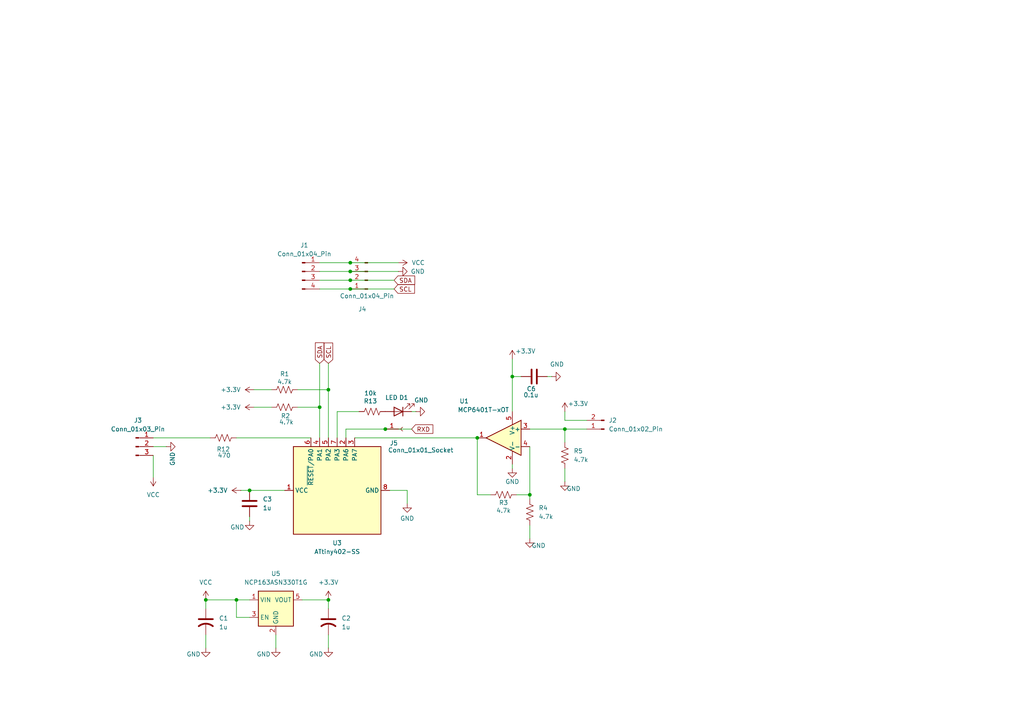
<source format=kicad_sch>
(kicad_sch (version 20250114) (generator "eeschema") (generator_version "9.0")
  (paper "A4")
  (lib_symbols
    (symbol "Amplifier_Operational:MCP6401T-xOT" (pin_names (offset 0.127))
      (property "Reference" "U" (at -1.27 6.35 0))
      (property "Value" "MCP6401T-xOT" (at -1.27 3.81 0))
      (symbol "MCP6401T-xOT_0_1"
        (polyline (pts (xy -5.08 5.08) (xy 5.08 0) (xy -5.08 -5.08) (xy -5.08 5.08)) (stroke (width 0.254)) (fill (type background)))
        (pin power_in line (at -2.54 7.62 270) (length 3.81) (name "V+") (number "5"))
        (pin power_in line (at -2.54 -7.62 90) (length 3.81) (name "V-") (number "2"))
      )
      (symbol "MCP6401T-xOT_1_1"
        (pin input line (at -7.62 2.54 0) (length 2.54) (name "+") (number "3"))
        (pin input line (at -7.62 -2.54 0) (length 2.54) (name "-") (number "4"))
        (pin output line (at 7.62 0 180) (length 2.54) (name "~") (number "1"))
      )
    )
    (symbol "Connector:Conn_01x01_Socket" (pin_names (offset 1.016) (hide yes))
      (property "Reference" "J" (at 0 2.54 0))
      (property "Value" "Conn_01x01_Socket" (at 0 -2.54 0))
      (symbol "Conn_01x01_Socket_1_1"
        (polyline (pts (xy -1.27 0) (xy -0.508 0)) (stroke (width 0.1524)))
        (arc (start 0 -0.508) (mid -0.5058 0) (end 0 0.508) (stroke (width 0.1524)))
        (pin passive line (at -5.08 0 0) (length 3.81) (name "Pin_1") (number "1"))
      )
    )
    (symbol "Connector:Conn_01x02_Pin" (pin_names (offset 1.016) (hide yes))
      (property "Reference" "J" (at 0 2.54 0))
      (property "Value" "Conn_01x02_Pin" (at 0 -5.08 0))
      (symbol "Conn_01x02_Pin_1_1"
        (rectangle (start 0.8636 0.127) (end 0 -0.127) (stroke (width 0.1524)) (fill (type outline)))
        (rectangle (start 0.8636 -2.413) (end 0 -2.667) (stroke (width 0.1524)) (fill (type outline)))
        (polyline (pts (xy 1.27 0) (xy 0.8636 0)) (stroke (width 0.1524)))
        (polyline (pts (xy 1.27 -2.54) (xy 0.8636 -2.54)) (stroke (width 0.1524)))
        (pin passive line (at 5.08 0 180) (length 3.81) (name "Pin_1") (number "1"))
        (pin passive line (at 5.08 -2.54 180) (length 3.81) (name "Pin_2") (number "2"))
      )
    )
    (symbol "Connector:Conn_01x03_Pin" (pin_names (offset 1.016) (hide yes))
      (property "Reference" "J" (at 0 5.08 0))
      (property "Value" "Conn_01x03_Pin" (at 0 -5.08 0))
      (symbol "Conn_01x03_Pin_1_1"
        (rectangle (start 0.8636 2.667) (end 0 2.413) (stroke (width 0.1524)) (fill (type outline)))
        (rectangle (start 0.8636 0.127) (end 0 -0.127) (stroke (width 0.1524)) (fill (type outline)))
        (rectangle (start 0.8636 -2.413) (end 0 -2.667) (stroke (width 0.1524)) (fill (type outline)))
        (polyline (pts (xy 1.27 2.54) (xy 0.8636 2.54)) (stroke (width 0.1524)))
        (polyline (pts (xy 1.27 0) (xy 0.8636 0)) (stroke (width 0.1524)))
        (polyline (pts (xy 1.27 -2.54) (xy 0.8636 -2.54)) (stroke (width 0.1524)))
        (pin passive line (at 5.08 2.54 180) (length 3.81) (name "Pin_1") (number "1"))
        (pin passive line (at 5.08 0 180) (length 3.81) (name "Pin_2") (number "2"))
        (pin passive line (at 5.08 -2.54 180) (length 3.81) (name "Pin_3") (number "3"))
      )
    )
    (symbol "Connector:Conn_01x04_Pin" (pin_names (offset 1.016) (hide yes))
      (property "Reference" "J" (at 0 5.08 0))
      (property "Value" "Conn_01x04_Pin" (at 0 -7.62 0))
      (symbol "Conn_01x04_Pin_1_1"
        (rectangle (start 0.8636 2.667) (end 0 2.413) (stroke (width 0.1524)) (fill (type outline)))
        (rectangle (start 0.8636 0.127) (end 0 -0.127) (stroke (width 0.1524)) (fill (type outline)))
        (rectangle (start 0.8636 -2.413) (end 0 -2.667) (stroke (width 0.1524)) (fill (type outline)))
        (rectangle (start 0.8636 -4.953) (end 0 -5.207) (stroke (width 0.1524)) (fill (type outline)))
        (polyline (pts (xy 1.27 2.54) (xy 0.8636 2.54)) (stroke (width 0.1524)))
        (polyline (pts (xy 1.27 0) (xy 0.8636 0)) (stroke (width 0.1524)))
        (polyline (pts (xy 1.27 -2.54) (xy 0.8636 -2.54)) (stroke (width 0.1524)))
        (polyline (pts (xy 1.27 -5.08) (xy 0.8636 -5.08)) (stroke (width 0.1524)))
        (pin passive line (at 5.08 2.54 180) (length 3.81) (name "Pin_1") (number "1"))
        (pin passive line (at 5.08 0 180) (length 3.81) (name "Pin_2") (number "2"))
        (pin passive line (at 5.08 -2.54 180) (length 3.81) (name "Pin_3") (number "3"))
        (pin passive line (at 5.08 -5.08 180) (length 3.81) (name "Pin_4") (number "4"))
      )
    )
    (symbol "Device:C" (pin_numbers (hide yes)) (pin_names (offset 0.254))
      (property "Reference" "C" (at 0.635 2.54 0))
      (property "Value" "C" (at 0.635 -2.54 0))
      (symbol "C_0_1"
        (polyline (pts (xy -2.032 0.762) (xy 2.032 0.762)) (stroke (width 0.508)))
        (polyline (pts (xy -2.032 -0.762) (xy 2.032 -0.762)) (stroke (width 0.508)))
      )
      (symbol "C_1_1"
        (pin passive line (at 0 3.81 270) (length 2.794) (name "~") (number "1"))
        (pin passive line (at 0 -3.81 90) (length 2.794) (name "~") (number "2"))
      )
    )
    (symbol "Device:C_US" (pin_numbers (hide yes)) (pin_names (offset 0.254) (hide yes))
      (property "Reference" "C" (at 0.635 2.54 0))
      (property "Value" "C_US" (at 0.635 -2.54 0))
      (symbol "C_US_0_1"
        (polyline (pts (xy -2.032 0.762) (xy 2.032 0.762)) (stroke (width 0.508)))
        (arc (start -2.032 -1.27) (mid 0 -0.5572) (end 2.032 -1.27) (stroke (width 0.508)))
      )
      (symbol "C_US_1_1"
        (pin passive line (at 0 3.81 270) (length 2.794) (name "~") (number "1"))
        (pin passive line (at 0 -3.81 90) (length 3.302) (name "~") (number "2"))
      )
    )
    (symbol "Device:LED" (pin_numbers (hide yes)) (pin_names (offset 1.016) (hide yes))
      (property "Reference" "D" (at 0 2.54 0))
      (property "Value" "LED" (at 0 -2.54 0))
      (symbol "LED_0_1"
        (polyline (pts (xy -3.048 -0.762) (xy -4.572 -2.286) (xy -3.81 -2.286) (xy -4.572 -2.286) (xy -4.572 -1.524)))
        (polyline (pts (xy -1.778 -0.762) (xy -3.302 -2.286) (xy -2.54 -2.286) (xy -3.302 -2.286) (xy -3.302 -1.524)))
        (polyline (pts (xy -1.27 0) (xy 1.27 0)))
        (polyline (pts (xy -1.27 -1.27) (xy -1.27 1.27)) (stroke (width 0.254)))
        (polyline (pts (xy 1.27 -1.27) (xy 1.27 1.27) (xy -1.27 0) (xy 1.27 -1.27)) (stroke (width 0.254)))
      )
      (symbol "LED_1_1"
        (pin passive line (at -3.81 0 0) (length 2.54) (name "K") (number "1"))
        (pin passive line (at 3.81 0 180) (length 2.54) (name "A") (number "2"))
      )
    )
    (symbol "Device:R_US" (pin_numbers (hide yes)) (pin_names (offset 0))
      (property "Reference" "R" (at 2.54 0 90))
      (property "Value" "R_US" (at -2.54 0 90))
      (symbol "R_US_0_1"
        (polyline (pts (xy 0 2.286) (xy 0 2.54)))
        (polyline (pts (xy 0 2.286) (xy 1.016 1.905) (xy 0 1.524) (xy -1.016 1.143) (xy 0 0.762)))
        (polyline (pts (xy 0 0.762) (xy 1.016 0.381) (xy 0 0) (xy -1.016 -0.381) (xy 0 -0.762)))
        (polyline (pts (xy 0 -0.762) (xy 1.016 -1.143) (xy 0 -1.524) (xy -1.016 -1.905) (xy 0 -2.286)))
        (polyline (pts (xy 0 -2.286) (xy 0 -2.54)))
      )
      (symbol "R_US_1_1"
        (pin passive line (at 0 3.81 270) (length 1.27) (name "~") (number "1"))
        (pin passive line (at 0 -3.81 90) (length 1.27) (name "~") (number "2"))
      )
    )
    (symbol "MCU_Microchip_ATtiny:ATtiny402-SS"
      (property "Reference" "U" (at -12.7 13.97 0))
      (property "Value" "ATtiny402-SS" (at 2.54 -13.97 0))
      (symbol "ATtiny402-SS_0_1"
        (rectangle (start -12.7 -12.7) (end 12.7 12.7) (stroke (width 0.254)) (fill (type background)))
      )
      (symbol "ATtiny402-SS_1_1"
        (pin power_in line (at 0 15.24 270) (length 2.54) (name "VCC") (number "1"))
        (pin power_in line (at 0 -15.24 90) (length 2.54) (name "GND") (number "8"))
        (pin bidirectional line (at 15.24 7.62 180) (length 2.54) (name "~{RESET}/PA0") (number "6"))
        (pin bidirectional line (at 15.24 5.08 180) (length 2.54) (name "PA1") (number "4"))
        (pin bidirectional line (at 15.24 2.54 180) (length 2.54) (name "PA2") (number "5"))
        (pin bidirectional line (at 15.24 0 180) (length 2.54) (name "PA3") (number "7"))
        (pin bidirectional line (at 15.24 -2.54 180) (length 2.54) (name "PA6") (number "2"))
        (pin bidirectional line (at 15.24 -5.08 180) (length 2.54) (name "PA7") (number "3"))
      )
    )
    (symbol "Regulator_Linear:NCP163ASN330T1G"
      (property "Reference" "U" (at 0 8.89 0))
      (property "Value" "NCP163ASN330T1G" (at 0 6.35 0))
      (symbol "NCP163ASN330T1G_0_1"
        (rectangle (start -5.08 5.08) (end 5.08 -5.08) (stroke (width 0.254)) (fill (type background)))
      )
      (symbol "NCP163ASN330T1G_1_1"
        (pin power_in line (at -7.62 2.54 0) (length 2.54) (name "VIN") (number "1"))
        (pin input line (at -7.62 -2.54 0) (length 2.54) (name "EN") (number "3"))
        (pin power_in line (at 0 -7.62 90) (length 2.54) (name "GND") (number "2"))
        (pin no_connect line (at 5.08 -2.54 180) (length 2.54) (hide yes) (name "NC") (number "4"))
        (pin power_out line (at 7.62 2.54 180) (length 2.54) (name "VOUT") (number "5"))
      )
    )
    (symbol "power:+3.3V" (power) (pin_numbers (hide yes)) (pin_names (offset 0) (hide yes))
      (property "Value" "+3.3V" (at 0 3.556 0))
      (symbol "+3.3V_0_1"
        (polyline (pts (xy -0.762 1.27) (xy 0 2.54)))
        (polyline (pts (xy 0 2.54) (xy 0.762 1.27)))
        (polyline (pts (xy 0 0) (xy 0 2.54)))
      )
      (symbol "+3.3V_1_1"
        (pin power_in line (at 0 0 90) (length 0) (name "~") (number "1"))
      )
    )
    (symbol "power:GND" (power) (pin_numbers (hide yes)) (pin_names (offset 0) (hide yes))
      (property "Value" "GND" (at 0 -3.81 0))
      (symbol "GND_0_1"
        (polyline (pts (xy 0 0) (xy 0 -1.27) (xy 1.27 -1.27) (xy 0 -2.54) (xy -1.27 -1.27) (xy 0 -1.27)))
      )
      (symbol "GND_1_1"
        (pin power_in line (at 0 0 270) (length 0) (name "~") (number "1"))
      )
    )
    (symbol "power:VCC" (power) (pin_numbers (hide yes)) (pin_names (offset 0) (hide yes))
      (property "Value" "VCC" (at 0 3.556 0))
      (symbol "VCC_0_1"
        (polyline (pts (xy -0.762 1.27) (xy 0 2.54)))
        (polyline (pts (xy 0 2.54) (xy 0.762 1.27)))
        (polyline (pts (xy 0 0) (xy 0 2.54)))
      )
      (symbol "VCC_1_1"
        (pin power_in line (at 0 0 90) (length 0) (name "~") (number "1"))
      )
    )
  )
  (junction (at 153.67 143.51))
  (junction (at 111.76 124.46))
  (junction (at 92.71 118.11))
  (junction (at 138.43 127))
  (junction (at 72.39 142.24))
  (junction (at 101.6 76.2))
  (junction (at 95.25 113.03))
  (junction (at 101.6 81.28))
  (junction (at 59.69 173.99))
  (junction (at 101.6 83.82))
  (junction (at 148.59 109.22))
  (junction (at 68.58 173.99))
  (junction (at 101.6 78.74))
  (junction (at 163.83 124.46))
  (junction (at 95.25 173.99))
  (wire (pts (xy 87.63 173.99) (xy 95.25 173.99)))
  (wire (pts (xy 100.33 127) (xy 100.33 124.46)))
  (wire (pts (xy 95.25 173.99) (xy 95.25 176.53)))
  (wire (pts (xy 72.39 179.07) (xy 68.58 179.07)))
  (wire (pts (xy 153.67 143.51) (xy 153.67 144.78)))
  (wire (pts (xy 138.43 127) (xy 138.43 143.51)))
  (wire (pts (xy 100.33 124.46) (xy 111.76 124.46)))
  (wire (pts (xy 69.85 142.24) (xy 72.39 142.24)))
  (wire (pts (xy 158.75 109.22) (xy 160.02 109.22)))
  (wire (pts (xy 118.11 146.05) (xy 118.11 142.24)))
  (wire (pts (xy 101.6 83.82) (xy 114.3 83.82)))
  (wire (pts (xy 59.69 173.99) (xy 68.58 173.99)))
  (wire (pts (xy 44.45 127) (xy 60.96 127)))
  (wire (pts (xy 101.6 76.2) (xy 115.57 76.2)))
  (wire (pts (xy 101.6 81.28) (xy 114.3 81.28)))
  (wire (pts (xy 80.01 184.15) (xy 80.01 187.96)))
  (wire (pts (xy 104.14 119.38) (xy 97.79 119.38)))
  (wire (pts (xy 118.11 142.24) (xy 113.03 142.24)))
  (wire (pts (xy 138.43 143.51) (xy 142.24 143.51)))
  (wire (pts (xy 148.59 104.14) (xy 148.59 109.22)))
  (wire (pts (xy 163.83 121.92) (xy 170.18 121.92)))
  (wire (pts (xy 101.6 78.74) (xy 115.57 78.74)))
  (wire (pts (xy 59.69 173.99) (xy 59.69 176.53)))
  (wire (pts (xy 44.45 129.54) (xy 48.26 129.54)))
  (wire (pts (xy 111.76 124.46) (xy 119.38 124.46)))
  (wire (pts (xy 92.71 76.2) (xy 101.6 76.2)))
  (wire (pts (xy 153.67 129.54) (xy 153.67 143.51)))
  (wire (pts (xy 68.58 173.99) (xy 72.39 173.99)))
  (wire (pts (xy 92.71 81.28) (xy 101.6 81.28)))
  (wire (pts (xy 73.66 118.11) (xy 78.74 118.11)))
  (wire (pts (xy 97.79 119.38) (xy 97.79 127)))
  (wire (pts (xy 148.59 109.22) (xy 148.59 119.38)))
  (wire (pts (xy 153.67 143.51) (xy 149.86 143.51)))
  (wire (pts (xy 92.71 83.82) (xy 101.6 83.82)))
  (wire (pts (xy 120.65 119.38) (xy 119.38 119.38)))
  (wire (pts (xy 73.66 113.03) (xy 78.74 113.03)))
  (wire (pts (xy 148.59 134.62) (xy 148.59 135.89)))
  (wire (pts (xy 102.87 127) (xy 138.43 127)))
  (wire (pts (xy 163.83 121.92) (xy 163.83 119.38)))
  (wire (pts (xy 92.71 105.41) (xy 92.71 118.11)))
  (wire (pts (xy 86.36 118.11) (xy 92.71 118.11)))
  (wire (pts (xy 95.25 105.41) (xy 95.25 113.03)))
  (wire (pts (xy 92.71 78.74) (xy 101.6 78.74)))
  (wire (pts (xy 44.45 132.08) (xy 44.45 138.43)))
  (wire (pts (xy 95.25 184.15) (xy 95.25 187.96)))
  (wire (pts (xy 163.83 124.46) (xy 163.83 128.27)))
  (wire (pts (xy 153.67 124.46) (xy 163.83 124.46)))
  (wire (pts (xy 72.39 149.86) (xy 72.39 151.13)))
  (wire (pts (xy 95.25 113.03) (xy 95.25 127)))
  (wire (pts (xy 148.59 109.22) (xy 151.13 109.22)))
  (wire (pts (xy 68.58 179.07) (xy 68.58 173.99)))
  (wire (pts (xy 153.67 152.4) (xy 153.67 156.21)))
  (wire (pts (xy 59.69 184.15) (xy 59.69 187.96)))
  (wire (pts (xy 170.18 124.46) (xy 163.83 124.46)))
  (wire (pts (xy 72.39 142.24) (xy 82.55 142.24)))
  (wire (pts (xy 68.58 127) (xy 90.17 127)))
  (wire (pts (xy 92.71 118.11) (xy 92.71 127)))
  (wire (pts (xy 86.36 113.03) (xy 95.25 113.03)))
  (wire (pts (xy 163.83 135.89) (xy 163.83 139.7)))
  (global_label "SCL" (shape input) (at 114.3 83.82 0) (property "Intersheetrefs" "${INTERSHEET_REFS}" (effects (hide yes))))
  (global_label "SCL" (shape input) (at 95.25 105.41 90) (property "Intersheetrefs" "${INTERSHEET_REFS}" (effects (hide yes))))
  (global_label "RXD" (shape input) (at 119.38 124.46 0) (property "Intersheetrefs" "${INTERSHEET_REFS}" (effects (hide yes))))
  (global_label "SDA" (shape input) (at 92.71 105.41 90) (property "Intersheetrefs" "${INTERSHEET_REFS}" (effects (hide yes))))
  (global_label "SDA" (shape input) (at 114.3 81.28 0) (property "Intersheetrefs" "${INTERSHEET_REFS}" (effects (hide yes))))
  (symbol (lib_id "Device:C") (at 72.39 146.05 0) (unit 1)
    (property "Reference" "C3" (at 76.2 144.7799 0) (effects (justify left)))
    (property "Value" "1u" (at 76.2 147.3199 0) (effects (justify left)))
    (property "Footprint" "Capacitor_SMD:C_0402_1005Metric_Pad0.74x0.62mm_HandSolder" (effects (hide yes)))
    (property "Description" "Unpolarized capacitor" (effects (hide yes)))
  )
  (symbol (lib_id "Regulator_Linear:NCP163ASN330T1G") (at 80.01 176.53 0) (unit 1)
    (property "Reference" "U5" (at 80.01 166.37 0))
    (property "Value" "NCP163ASN330T1G" (at 80.01 168.91 0))
    (property "Footprint" "Package_TO_SOT_SMD:SOT-23-5_HandSoldering" (effects (hide yes)))
    (property "Datasheet" "https://www.onsemi.com/pdf/datasheet/ncp163-d.pdf" (effects (hide yes)))
    (property "Description" "250mA low-noise LDO, 2.2V-5.5V input, 3.3V output, SOT-23-5" (effects (hide yes)))
  )
  (symbol (lib_id "Device:C") (at 154.94 109.22 90) (unit 1)
    (property "Reference" "C6" (at 155.448 112.776 90) (effects (justify left)))
    (property "Value" "0.1u" (at 156.21 114.554 90) (effects (justify left)))
    (property "Footprint" "Capacitor_SMD:C_0402_1005Metric_Pad0.74x0.62mm_HandSolder" (effects (hide yes)))
    (property "Description" "Unpolarized capacitor" (effects (hide yes)))
  )
  (symbol (lib_id "power:GND") (at 160.02 109.22 90) (unit 1)
    (property "Reference" "#PWR014" (effects (hide yes)))
    (property "Value" "GND" (at 161.544 105.664 90))
    (property "Description" "Power symbol creates a global label with name \"GND\" , ground" (effects (hide yes)))
  )
  (symbol (lib_id "Device:C_US") (at 95.25 180.34 0) (unit 1)
    (property "Reference" "C2" (at 99.06 179.3239 0) (effects (justify left)))
    (property "Value" "1u" (at 99.06 181.8639 0) (effects (justify left)))
    (property "Footprint" "Capacitor_SMD:C_0603_1608Metric_Pad1.08x0.95mm_HandSolder" (effects (hide yes)))
    (property "Description" "capacitor, US symbol" (effects (hide yes)))
  )
  (symbol (lib_id "power:+3.3V") (at 95.25 173.99 0) (unit 1)
    (property "Reference" "#PWR07" (effects (hide yes)))
    (property "Value" "+3.3V" (at 95.25 168.91 0))
    (property "Description" "Power symbol creates a global label with name \"+3.3V\"" (effects (hide yes)))
  )
  (symbol (lib_id "Device:C_US") (at 59.69 180.34 0) (unit 1)
    (property "Reference" "C1" (at 63.5 179.3239 0) (effects (justify left)))
    (property "Value" "1u" (at 63.5 181.8639 0) (effects (justify left)))
    (property "Footprint" "Capacitor_SMD:C_0603_1608Metric_Pad1.08x0.95mm_HandSolder" (effects (hide yes)))
    (property "Description" "capacitor, US symbol" (effects (hide yes)))
  )
  (symbol (lib_id "power:GND") (at 153.67 156.21 0) (unit 1)
    (property "Reference" "#PWR015" (effects (hide yes)))
    (property "Value" "GND" (at 156.21 158.242 0))
    (property "Description" "Power symbol creates a global label with name \"GND\" , ground" (effects (hide yes)))
  )
  (symbol (lib_id "Device:LED") (at 115.57 119.38 180) (unit 1)
    (property "Reference" "D1" (at 117.094 115.316 0))
    (property "Value" "LED" (at 113.538 115.316 0))
    (property "Footprint" "LED_SMD:LED_0402_1005Metric_Pad0.77x0.64mm_HandSolder" (effects (hide yes)))
    (property "Description" "Light emitting diode" (effects (hide yes)))
    (property "Sim.Pins" "1=K 2=A" (effects (hide yes)))
  )
  (symbol (lib_id "power:GND") (at 59.69 187.96 0) (unit 1)
    (property "Reference" "#PWR020" (effects (hide yes)))
    (property "Value" "GND" (at 56.134 189.738 0))
    (property "Description" "Power symbol creates a global label with name \"GND\" , ground" (effects (hide yes)))
  )
  (symbol (lib_id "Connector:Conn_01x03_Pin") (at 39.37 129.54 0) (unit 1)
    (property "Reference" "J3" (at 40.005 121.92 0))
    (property "Value" "Conn_01x03_Pin" (at 40.005 124.46 0))
    (property "Footprint" "Connector_PinHeader_2.54mm:PinHeader_1x03_P2.54mm_Vertical" (effects (hide yes)))
    (property "Description" "Generic connector, single row, 01x03, script generated" (effects (hide yes)))
  )
  (symbol (lib_id "power:+3.3V") (at 73.66 118.11 90) (unit 1)
    (property "Reference" "#PWR03" (effects (hide yes)))
    (property "Value" "+3.3V" (at 69.85 118.1099 90) (effects (justify left)))
    (property "Description" "Power symbol creates a global label with name \"+3.3V\"" (effects (hide yes)))
  )
  (symbol (lib_id "power:+3.3V") (at 148.59 104.14 0) (unit 1)
    (property "Reference" "#PWR013" (effects (hide yes)))
    (property "Value" "+3.3V" (at 152.4 101.854 0))
    (property "Description" "Power symbol creates a global label with name \"+3.3V\"" (effects (hide yes)))
  )
  (symbol (lib_id "power:+3.3V") (at 69.85 142.24 90) (unit 1)
    (property "Reference" "#PWR09" (effects (hide yes)))
    (property "Value" "+3.3V" (at 66.04 142.2399 90) (effects (justify left)))
    (property "Description" "Power symbol creates a global label with name \"+3.3V\"" (effects (hide yes)))
  )
  (symbol (lib_id "Connector:Conn_01x04_Pin") (at 106.68 81.28 180) (unit 1)
    (property "Reference" "J4" (at 103.886 89.662 0) (effects (justify right)))
    (property "Value" "Conn_01x04_Pin" (at 98.552 85.852 0) (effects (justify right)))
    (property "Footprint" "Connector_PinHeader_2.54mm:PinHeader_1x04_P2.54mm_Vertical" (effects (hide yes)))
    (property "Description" "Generic connector, single row, 01x04, script generated" (effects (hide yes)))
  )
  (symbol (lib_id "power:GND") (at 115.57 78.74 90) (unit 1)
    (property "Reference" "#PWR05" (effects (hide yes)))
    (property "Value" "GND" (at 121.158 78.74 90))
    (property "Description" "Power symbol creates a global label with name \"GND\" , ground" (effects (hide yes)))
  )
  (symbol (lib_id "Connector:Conn_01x04_Pin") (at 87.63 78.74 0) (unit 1)
    (property "Reference" "J1" (at 88.265 71.12 0))
    (property "Value" "Conn_01x04_Pin" (at 88.265 73.66 0))
    (property "Footprint" "Connector_PinHeader_2.54mm:PinHeader_1x04_P2.54mm_Vertical" (effects (hide yes)))
    (property "Description" "Generic connector, single row, 01x04, script generated" (effects (hide yes)))
  )
  (symbol (lib_id "power:VCC") (at 59.69 173.99 0) (unit 1)
    (property "Reference" "#PWR019" (effects (hide yes)))
    (property "Value" "VCC" (at 59.69 168.91 0))
    (property "Description" "Power symbol creates a global label with name \"VCC\"" (effects (hide yes)))
  )
  (symbol (lib_id "MCU_Microchip_ATtiny:ATtiny402-SS") (at 97.79 142.24 90) (unit 1)
    (property "Reference" "U3" (at 97.79 157.48 90))
    (property "Value" "ATtiny402-SS" (at 97.79 160.02 90))
    (property "Footprint" "Package_SO:SOIC-8_3.9x4.9mm_P1.27mm" (effects (hide yes)))
    (property "Datasheet" "http://ww1.microchip.com/downloads/en/DeviceDoc/ATtiny202-402-AVR-MCU-with-Core-Independent-Peripherals_and-picoPower-40001969A.pdf" (effects (hide yes)))
    (property "Description" "20MHz, 4kB Flash, 256B SRAM, 128B EEPROM, SOIC-8" (effects (hide yes)))
  )
  (symbol (lib_id "Connector:Conn_01x01_Socket") (at 116.84 124.46 0) (unit 1)
    (property "Reference" "J5" (at 113.03 128.524 0) (effects (justify left)))
    (property "Value" "Conn_01x01_Socket" (at 112.522 130.556 0) (effects (justify left)))
    (property "Footprint" "Connector_PinHeader_2.54mm:PinHeader_1x01_P2.54mm_Vertical" (effects (hide yes)))
    (property "Description" "Generic connector, single row, 01x01, script generated" (effects (hide yes)))
  )
  (symbol (lib_id "power:+3.3V") (at 163.83 119.38 0) (unit 1)
    (property "Reference" "#PWR017" (effects (hide yes)))
    (property "Value" "+3.3V" (at 167.64 117.094 0))
    (property "Description" "Power symbol creates a global label with name \"+3.3V\"" (effects (hide yes)))
  )
  (symbol (lib_id "power:GND") (at 118.11 146.05 0) (unit 1)
    (property "Reference" "#PWR04" (effects (hide yes)))
    (property "Value" "GND" (at 118.11 150.368 0))
    (property "Description" "Power symbol creates a global label with name \"GND\" , ground" (effects (hide yes)))
  )
  (symbol (lib_id "Device:R_US") (at 82.55 113.03 90) (unit 1)
    (property "Reference" "R1" (at 82.55 108.458 90))
    (property "Value" "4.7k" (at 82.55 110.744 90))
    (property "Footprint" "Resistor_SMD:R_0402_1005Metric_Pad0.72x0.64mm_HandSolder" (effects (hide yes)))
    (property "Description" "Resistor, US symbol" (effects (hide yes)))
  )
  (symbol (lib_id "power:GND") (at 120.65 119.38 90) (unit 1)
    (property "Reference" "#PWR032" (effects (hide yes)))
    (property "Value" "GND" (at 122.174 116.078 90))
    (property "Description" "Power symbol creates a global label with name \"GND\" , ground" (effects (hide yes)))
  )
  (symbol (lib_id "power:GND") (at 80.01 187.96 0) (unit 1)
    (property "Reference" "#PWR018" (effects (hide yes)))
    (property "Value" "GND" (at 76.454 189.738 0))
    (property "Description" "Power symbol creates a global label with name \"GND\" , ground" (effects (hide yes)))
  )
  (symbol (lib_id "power:GND") (at 48.26 129.54 90) (unit 1)
    (property "Reference" "#PWR023" (effects (hide yes)))
    (property "Value" "GND" (at 50.038 133.096 0))
    (property "Description" "Power symbol creates a global label with name \"GND\" , ground" (effects (hide yes)))
  )
  (symbol (lib_id "power:VCC") (at 44.45 138.43 180) (unit 1)
    (property "Reference" "#PWR06" (effects (hide yes)))
    (property "Value" "VCC" (at 44.45 143.51 0))
    (property "Description" "Power symbol creates a global label with name \"VCC\"" (effects (hide yes)))
  )
  (symbol (lib_id "Device:R_US") (at 163.83 132.08 180) (unit 1)
    (property "Reference" "R5" (at 166.37 130.8099 0) (effects (justify right)))
    (property "Value" "4.7k" (at 166.37 133.3499 0) (effects (justify right)))
    (property "Footprint" "Resistor_SMD:R_0402_1005Metric_Pad0.72x0.64mm_HandSolder" (effects (hide yes)))
    (property "Description" "Resistor, US symbol" (effects (hide yes)))
  )
  (symbol (lib_id "power:VCC") (at 115.57 76.2 270) (unit 1)
    (property "Reference" "#PWR01" (effects (hide yes)))
    (property "Value" "VCC" (at 119.38 76.1999 90) (effects (justify left)))
    (property "Description" "Power symbol creates a global label with name \"VCC\"" (effects (hide yes)))
  )
  (symbol (lib_id "Device:R_US") (at 153.67 148.59 180) (unit 1)
    (property "Reference" "R4" (at 156.21 147.3199 0) (effects (justify right)))
    (property "Value" "4.7k" (at 156.21 149.8599 0) (effects (justify right)))
    (property "Footprint" "Resistor_SMD:R_0402_1005Metric_Pad0.72x0.64mm_HandSolder" (effects (hide yes)))
    (property "Description" "Resistor, US symbol" (effects (hide yes)))
  )
  (symbol (lib_id "power:GND") (at 148.59 135.89 0) (unit 1)
    (property "Reference" "#PWR011" (effects (hide yes)))
    (property "Value" "GND" (at 148.59 139.7 0))
    (property "Description" "Power symbol creates a global label with name \"GND\" , ground" (effects (hide yes)))
  )
  (symbol (lib_id "Device:R_US") (at 82.55 118.11 90) (unit 1)
    (property "Reference" "R2" (at 82.804 120.65 90))
    (property "Value" "4.7k" (at 83.058 122.428 90))
    (property "Footprint" "Resistor_SMD:R_0402_1005Metric_Pad0.72x0.64mm_HandSolder" (effects (hide yes)))
    (property "Description" "Resistor, US symbol" (effects (hide yes)))
  )
  (symbol (lib_id "Device:R_US") (at 64.77 127 270) (unit 1)
    (property "Reference" "R12" (at 64.77 130.302 90))
    (property "Value" "470" (at 65.024 132.08 90))
    (property "Footprint" "Resistor_SMD:R_0402_1005Metric_Pad0.72x0.64mm_HandSolder" (effects (hide yes)))
    (property "Description" "Resistor, US symbol" (effects (hide yes)))
  )
  (symbol (lib_id "Amplifier_Operational:MCP6401T-xOT") (at 146.05 127 0) (mirror y) (unit 1)
    (property "Reference" "U1" (at 134.62 116.332 0))
    (property "Value" "MCP6401T-xOT" (at 140.208 118.872 0))
    (property "Footprint" "Package_TO_SOT_SMD:SOT-23-5" (effects (hide yes)))
    (property "Datasheet" "http://ww1.microchip.com/downloads/en/devicedoc/22229d.pdf" (effects (hide yes)))
    (property "Description" "1 MHz, 45 µA Op Amps, SOT-23-5" (effects (hide yes)))
  )
  (symbol (lib_id "Connector:Conn_01x02_Pin") (at 175.26 124.46 180) (unit 1)
    (property "Reference" "J2" (at 176.53 121.9199 0) (effects (justify right)))
    (property "Value" "Conn_01x02_Pin" (at 176.53 124.4599 0) (effects (justify right)))
    (property "Footprint" "Connector_PinHeader_2.54mm:PinHeader_1x02_P2.54mm_Vertical" (effects (hide yes)))
    (property "Description" "Generic connector, single row, 01x02, script generated" (effects (hide yes)))
  )
  (symbol (lib_id "Device:R_US") (at 107.95 119.38 270) (unit 1)
    (property "Reference" "R13" (at 107.442 116.332 90))
    (property "Value" "10k" (at 107.442 114.046 90))
    (property "Footprint" "Resistor_SMD:R_0402_1005Metric_Pad0.72x0.64mm_HandSolder" (effects (hide yes)))
    (property "Description" "Resistor, US symbol" (effects (hide yes)))
  )
  (symbol (lib_id "power:GND") (at 95.25 187.96 0) (unit 1)
    (property "Reference" "#PWR08" (effects (hide yes)))
    (property "Value" "GND" (at 91.694 189.738 0))
    (property "Description" "Power symbol creates a global label with name \"GND\" , ground" (effects (hide yes)))
  )
  (symbol (lib_id "power:GND") (at 72.39 151.13 0) (unit 1)
    (property "Reference" "#PWR010" (effects (hide yes)))
    (property "Value" "GND" (at 68.834 152.908 0))
    (property "Description" "Power symbol creates a global label with name \"GND\" , ground" (effects (hide yes)))
  )
  (symbol (lib_id "Device:R_US") (at 146.05 143.51 90) (unit 1)
    (property "Reference" "R3" (at 146.05 145.796 90))
    (property "Value" "4.7k" (at 146.05 148.082 90))
    (property "Footprint" "Resistor_SMD:R_0402_1005Metric_Pad0.72x0.64mm_HandSolder" (effects (hide yes)))
    (property "Description" "Resistor, US symbol" (effects (hide yes)))
  )
  (symbol (lib_id "power:+3.3V") (at 73.66 113.03 90) (unit 1)
    (property "Reference" "#PWR02" (effects (hide yes)))
    (property "Value" "+3.3V" (at 69.85 113.0299 90) (effects (justify left)))
    (property "Description" "Power symbol creates a global label with name \"+3.3V\"" (effects (hide yes)))
  )
  (symbol (lib_id "power:GND") (at 163.83 139.7 0) (unit 1)
    (property "Reference" "#PWR016" (effects (hide yes)))
    (property "Value" "GND" (at 166.37 141.732 0))
    (property "Description" "Power symbol creates a global label with name \"GND\" , ground" (effects (hide yes)))
  )
)
</source>
